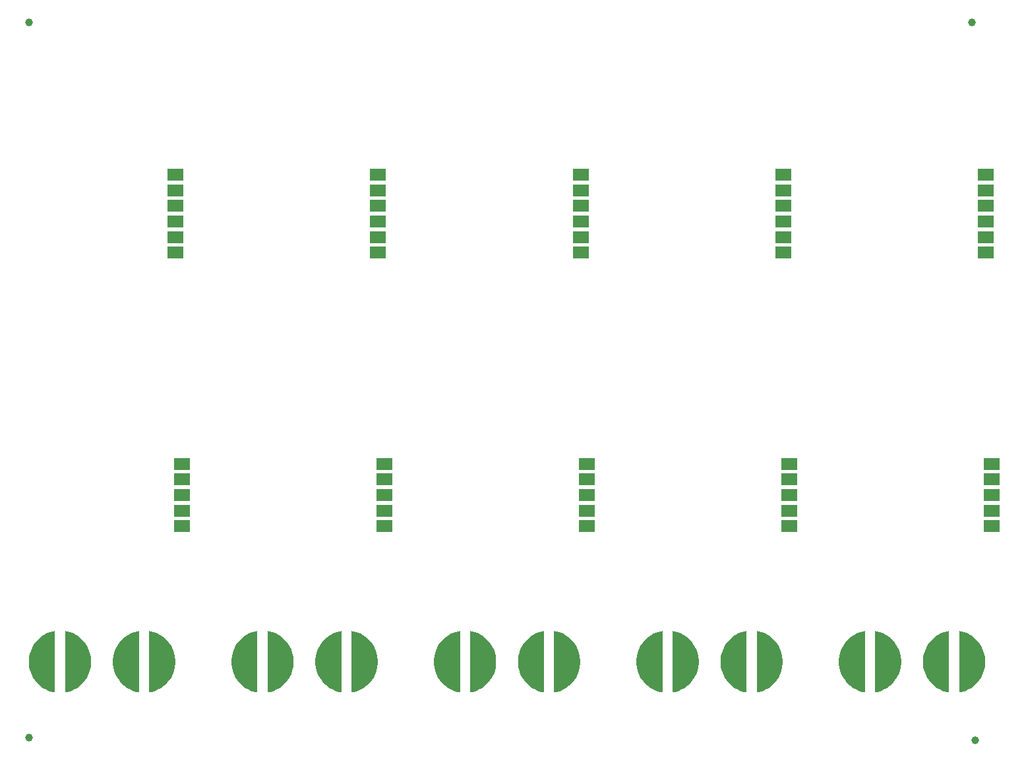
<source format=gtp>
G04*
G04 #@! TF.GenerationSoftware,Altium Limited,Altium Designer,20.0.13 (296)*
G04*
G04 Layer_Color=8421504*
%FSAX25Y25*%
%MOIN*%
G70*
G01*
G75*
%ADD10C,0.03937*%
%ADD13R,0.07874X0.05906*%
%ADD79C,0.00039*%
G36*
X0518433Y0074285D02*
X0520210Y0073773D01*
X0521915Y0073057D01*
X0523524Y0072146D01*
X0525016Y0071053D01*
X0526369Y0069792D01*
X0527566Y0068383D01*
X0528590Y0066842D01*
X0529426Y0065193D01*
X0530063Y0063457D01*
X0530493Y0061658D01*
X0530710Y0059822D01*
Y0058897D01*
X0530710Y0057972D01*
X0530493Y0056136D01*
X0530063Y0054337D01*
X0529426Y0052601D01*
X0528590Y0050951D01*
X0527566Y0049411D01*
X0526369Y0048001D01*
X0525016Y0046741D01*
X0523524Y0045648D01*
X0521915Y0044737D01*
X0520210Y0044020D01*
X0518433Y0043508D01*
X0517521Y0043358D01*
X0517521Y0043358D01*
Y0074436D01*
X0518433Y0074285D01*
D02*
G37*
G36*
X0475913D02*
X0477690Y0073773D01*
X0479395Y0073057D01*
X0481005Y0072146D01*
X0482496Y0071053D01*
X0483850Y0069792D01*
X0485046Y0068383D01*
X0486070Y0066842D01*
X0486906Y0065193D01*
X0487544Y0063457D01*
X0487973Y0061658D01*
X0488190Y0059822D01*
Y0058897D01*
X0488190Y0057972D01*
X0487973Y0056136D01*
X0487544Y0054337D01*
X0486906Y0052601D01*
X0486070Y0050951D01*
X0485046Y0049411D01*
X0483850Y0048001D01*
X0482496Y0046741D01*
X0481005Y0045648D01*
X0479395Y0044737D01*
X0477690Y0044020D01*
X0475913Y0043508D01*
X0475001Y0043358D01*
X0475001Y0043358D01*
Y0074436D01*
X0475913Y0074285D01*
D02*
G37*
G36*
X0416071D02*
X0417848Y0073773D01*
X0419553Y0073057D01*
X0421162Y0072146D01*
X0422654Y0071053D01*
X0424007Y0069792D01*
X0425204Y0068383D01*
X0426228Y0066842D01*
X0427064Y0065193D01*
X0427701Y0063457D01*
X0428131Y0061658D01*
X0428347Y0059822D01*
Y0058897D01*
X0428347Y0057972D01*
X0428131Y0056136D01*
X0427701Y0054337D01*
X0427064Y0052601D01*
X0426228Y0050951D01*
X0425204Y0049411D01*
X0424007Y0048001D01*
X0422654Y0046741D01*
X0421162Y0045648D01*
X0419553Y0044737D01*
X0417848Y0044020D01*
X0416071Y0043508D01*
X0415158Y0043358D01*
X0415158Y0043358D01*
Y0074436D01*
X0416071Y0074285D01*
D02*
G37*
G36*
X0373551D02*
X0375328Y0073773D01*
X0377033Y0073057D01*
X0378642Y0072146D01*
X0380134Y0071053D01*
X0381488Y0069792D01*
X0382684Y0068383D01*
X0383708Y0066842D01*
X0384544Y0065193D01*
X0385181Y0063457D01*
X0385611Y0061658D01*
X0385828Y0059822D01*
Y0058897D01*
X0385828Y0057972D01*
X0385611Y0056136D01*
X0385181Y0054337D01*
X0384544Y0052601D01*
X0383708Y0050951D01*
X0382684Y0049411D01*
X0381488Y0048001D01*
X0380134Y0046741D01*
X0378642Y0045648D01*
X0377033Y0044737D01*
X0375328Y0044020D01*
X0373551Y0043508D01*
X0372639Y0043358D01*
X0372639Y0043358D01*
Y0074436D01*
X0373551Y0074285D01*
D02*
G37*
G36*
X0313708D02*
X0315486Y0073773D01*
X0317191Y0073057D01*
X0318800Y0072146D01*
X0320292Y0071053D01*
X0321645Y0069792D01*
X0322842Y0068383D01*
X0323865Y0066842D01*
X0324701Y0065193D01*
X0325339Y0063457D01*
X0325769Y0061658D01*
X0325985Y0059822D01*
Y0058897D01*
X0325985Y0057972D01*
X0325769Y0056136D01*
X0325339Y0054337D01*
X0324701Y0052601D01*
X0323865Y0050951D01*
X0322842Y0049411D01*
X0321645Y0048001D01*
X0320292Y0046741D01*
X0318800Y0045648D01*
X0317191Y0044737D01*
X0315486Y0044020D01*
X0313709Y0043508D01*
X0312796Y0043358D01*
X0312796Y0043358D01*
Y0074436D01*
X0313708Y0074285D01*
D02*
G37*
G36*
X0271189D02*
X0272966Y0073773D01*
X0274671Y0073057D01*
X0276280Y0072146D01*
X0277772Y0071053D01*
X0279125Y0069792D01*
X0280322Y0068383D01*
X0281346Y0066842D01*
X0282182Y0065193D01*
X0282819Y0063457D01*
X0283249Y0061658D01*
X0283466Y0059822D01*
Y0058897D01*
X0283466Y0057972D01*
X0283249Y0056136D01*
X0282819Y0054337D01*
X0282182Y0052601D01*
X0281346Y0050951D01*
X0280322Y0049411D01*
X0279125Y0048001D01*
X0277772Y0046741D01*
X0276280Y0045648D01*
X0274671Y0044737D01*
X0272966Y0044020D01*
X0271189Y0043508D01*
X0270276Y0043358D01*
X0270276Y0043358D01*
Y0074436D01*
X0271189Y0074285D01*
D02*
G37*
G36*
X0211346D02*
X0213123Y0073773D01*
X0214828Y0073057D01*
X0216438Y0072146D01*
X0217929Y0071053D01*
X0219283Y0069792D01*
X0220480Y0068383D01*
X0221503Y0066842D01*
X0222339Y0065193D01*
X0222977Y0063457D01*
X0223407Y0061658D01*
X0223623Y0059822D01*
Y0058897D01*
X0223623Y0057972D01*
X0223407Y0056136D01*
X0222977Y0054337D01*
X0222339Y0052601D01*
X0221503Y0050951D01*
X0220480Y0049411D01*
X0219283Y0048001D01*
X0217929Y0046741D01*
X0216438Y0045648D01*
X0214828Y0044737D01*
X0213123Y0044020D01*
X0211346Y0043508D01*
X0210434Y0043358D01*
X0210434Y0043358D01*
Y0074436D01*
X0211346Y0074285D01*
D02*
G37*
G36*
X0168827D02*
X0170604Y0073773D01*
X0172309Y0073057D01*
X0173918Y0072146D01*
X0175410Y0071053D01*
X0176763Y0069792D01*
X0177960Y0068383D01*
X0178983Y0066842D01*
X0179820Y0065193D01*
X0180457Y0063457D01*
X0180887Y0061658D01*
X0181103Y0059822D01*
Y0058897D01*
X0181103Y0057972D01*
X0180887Y0056136D01*
X0180457Y0054337D01*
X0179820Y0052601D01*
X0178983Y0050951D01*
X0177960Y0049411D01*
X0176763Y0048001D01*
X0175410Y0046741D01*
X0173918Y0045648D01*
X0172309Y0044737D01*
X0170604Y0044020D01*
X0168827Y0043508D01*
X0167914Y0043358D01*
X0167914Y0043358D01*
Y0074436D01*
X0168827Y0074285D01*
D02*
G37*
G36*
X0108984D02*
X0110761Y0073773D01*
X0112466Y0073057D01*
X0114076Y0072146D01*
X0115567Y0071053D01*
X0116921Y0069792D01*
X0118117Y0068383D01*
X0119141Y0066842D01*
X0119977Y0065193D01*
X0120615Y0063457D01*
X0121045Y0061658D01*
X0121261Y0059822D01*
Y0058897D01*
X0121261Y0057972D01*
X0121045Y0056136D01*
X0120615Y0054337D01*
X0119977Y0052601D01*
X0119141Y0050951D01*
X0118117Y0049411D01*
X0116921Y0048001D01*
X0115567Y0046741D01*
X0114076Y0045648D01*
X0112466Y0044737D01*
X0110761Y0044020D01*
X0108984Y0043508D01*
X0108072Y0043358D01*
X0108072Y0043358D01*
Y0074436D01*
X0108984Y0074285D01*
D02*
G37*
G36*
X0066465D02*
X0068242Y0073773D01*
X0069946Y0073057D01*
X0071556Y0072146D01*
X0073048Y0071053D01*
X0074401Y0069792D01*
X0075598Y0068383D01*
X0076621Y0066842D01*
X0077457Y0065193D01*
X0078095Y0063457D01*
X0078525Y0061658D01*
X0078741Y0059822D01*
Y0058897D01*
X0078741Y0057972D01*
X0078525Y0056136D01*
X0078095Y0054337D01*
X0077457Y0052601D01*
X0076621Y0050951D01*
X0075598Y0049411D01*
X0074401Y0048001D01*
X0073048Y0046741D01*
X0071556Y0045648D01*
X0069946Y0044737D01*
X0068242Y0044020D01*
X0066465Y0043508D01*
X0065552Y0043358D01*
X0065552Y0043358D01*
Y0074436D01*
X0066465Y0074285D01*
D02*
G37*
G36*
X0512402Y0043358D02*
X0511490Y0043508D01*
X0509713Y0044020D01*
X0508008Y0044737D01*
X0506399Y0045648D01*
X0504907Y0046741D01*
X0503553Y0048001D01*
X0502357Y0049411D01*
X0501333Y0050951D01*
X0500497Y0052601D01*
X0499860Y0054337D01*
X0499430Y0056135D01*
X0499213Y0057972D01*
Y0058897D01*
Y0058897D01*
X0499213Y0059821D01*
X0499430Y0061658D01*
X0499860Y0063457D01*
X0500497Y0065193D01*
X0501333Y0066842D01*
X0502357Y0068382D01*
X0503553Y0069792D01*
X0504907Y0071053D01*
X0506399Y0072146D01*
X0508008Y0073057D01*
X0509713Y0073773D01*
X0511490Y0074285D01*
X0512402Y0074436D01*
X0512402Y0074436D01*
X0512402Y0043358D01*
D02*
G37*
G36*
X0469883D02*
X0468970Y0043508D01*
X0467193Y0044020D01*
X0465488Y0044737D01*
X0463879Y0045648D01*
X0462387Y0046741D01*
X0461034Y0048001D01*
X0459837Y0049411D01*
X0458814Y0050951D01*
X0457977Y0052601D01*
X0457340Y0054337D01*
X0456910Y0056135D01*
X0456694Y0057972D01*
Y0058897D01*
Y0058897D01*
X0456694Y0059821D01*
X0456910Y0061658D01*
X0457340Y0063457D01*
X0457977Y0065193D01*
X0458814Y0066842D01*
X0459837Y0068382D01*
X0461034Y0069792D01*
X0462387Y0071053D01*
X0463879Y0072146D01*
X0465488Y0073057D01*
X0467193Y0073773D01*
X0468970Y0074285D01*
X0469883Y0074436D01*
X0469883Y0074436D01*
X0469883Y0043358D01*
D02*
G37*
G36*
X0410040D02*
X0409128Y0043508D01*
X0407351Y0044020D01*
X0405646Y0044737D01*
X0404037Y0045648D01*
X0402545Y0046741D01*
X0401191Y0048001D01*
X0399995Y0049411D01*
X0398971Y0050951D01*
X0398135Y0052601D01*
X0397498Y0054337D01*
X0397068Y0056135D01*
X0396851Y0057972D01*
Y0058897D01*
Y0058897D01*
X0396851Y0059821D01*
X0397068Y0061658D01*
X0397497Y0063457D01*
X0398135Y0065193D01*
X0398971Y0066842D01*
X0399995Y0068382D01*
X0401191Y0069792D01*
X0402545Y0071053D01*
X0404037Y0072146D01*
X0405646Y0073057D01*
X0407351Y0073773D01*
X0409128Y0074285D01*
X0410040Y0074436D01*
X0410040Y0074436D01*
X0410040Y0043358D01*
D02*
G37*
G36*
X0367521D02*
X0366608Y0043508D01*
X0364831Y0044020D01*
X0363126Y0044737D01*
X0361517Y0045648D01*
X0360025Y0046741D01*
X0358672Y0048001D01*
X0357475Y0049411D01*
X0356451Y0050951D01*
X0355615Y0052601D01*
X0354978Y0054337D01*
X0354548Y0056135D01*
X0354331Y0057972D01*
Y0058897D01*
Y0058897D01*
X0354331Y0059821D01*
X0354548Y0061658D01*
X0354978Y0063457D01*
X0355615Y0065193D01*
X0356451Y0066842D01*
X0357475Y0068382D01*
X0358672Y0069792D01*
X0360025Y0071053D01*
X0361517Y0072146D01*
X0363126Y0073057D01*
X0364831Y0073773D01*
X0366608Y0074285D01*
X0367520Y0074436D01*
X0367521Y0074436D01*
X0367521Y0043358D01*
D02*
G37*
G36*
X0307678D02*
X0306766Y0043508D01*
X0304989Y0044020D01*
X0303284Y0044737D01*
X0301674Y0045648D01*
X0300183Y0046741D01*
X0298829Y0048001D01*
X0297632Y0049411D01*
X0296609Y0050951D01*
X0295773Y0052601D01*
X0295135Y0054337D01*
X0294705Y0056135D01*
X0294489Y0057972D01*
Y0058897D01*
Y0058897D01*
X0294489Y0059821D01*
X0294705Y0061658D01*
X0295135Y0063457D01*
X0295773Y0065193D01*
X0296609Y0066842D01*
X0297632Y0068382D01*
X0298829Y0069792D01*
X0300183Y0071053D01*
X0301674Y0072146D01*
X0303284Y0073057D01*
X0304989Y0073773D01*
X0306766Y0074285D01*
X0307678Y0074436D01*
X0307678Y0074436D01*
X0307678Y0043358D01*
D02*
G37*
G36*
X0265158D02*
X0264246Y0043508D01*
X0262469Y0044020D01*
X0260764Y0044737D01*
X0259155Y0045648D01*
X0257663Y0046741D01*
X0256310Y0048001D01*
X0255113Y0049411D01*
X0254089Y0050951D01*
X0253253Y0052601D01*
X0252616Y0054337D01*
X0252186Y0056135D01*
X0251969Y0057972D01*
Y0058897D01*
Y0058897D01*
X0251969Y0059821D01*
X0252186Y0061658D01*
X0252616Y0063457D01*
X0253253Y0065193D01*
X0254089Y0066842D01*
X0255113Y0068382D01*
X0256309Y0069792D01*
X0257663Y0071053D01*
X0259155Y0072146D01*
X0260764Y0073057D01*
X0262469Y0073773D01*
X0264246Y0074285D01*
X0265158Y0074436D01*
X0265158Y0074436D01*
X0265158Y0043358D01*
D02*
G37*
G36*
X0205316D02*
X0204403Y0043508D01*
X0202626Y0044020D01*
X0200922Y0044737D01*
X0199312Y0045648D01*
X0197820Y0046741D01*
X0196467Y0048001D01*
X0195270Y0049411D01*
X0194247Y0050951D01*
X0193411Y0052601D01*
X0192773Y0054337D01*
X0192343Y0056135D01*
X0192127Y0057972D01*
Y0058897D01*
Y0058897D01*
X0192127Y0059821D01*
X0192343Y0061658D01*
X0192773Y0063457D01*
X0193411Y0065193D01*
X0194247Y0066842D01*
X0195270Y0068382D01*
X0196467Y0069792D01*
X0197820Y0071053D01*
X0199312Y0072146D01*
X0200922Y0073057D01*
X0202626Y0073773D01*
X0204403Y0074285D01*
X0205316Y0074436D01*
X0205316Y0074436D01*
X0205316Y0043358D01*
D02*
G37*
G36*
X0162796D02*
X0161884Y0043508D01*
X0160107Y0044020D01*
X0158402Y0044737D01*
X0156792Y0045648D01*
X0155301Y0046741D01*
X0153947Y0048001D01*
X0152751Y0049411D01*
X0151727Y0050951D01*
X0150891Y0052601D01*
X0150253Y0054337D01*
X0149823Y0056135D01*
X0149607Y0057972D01*
Y0058897D01*
Y0058897D01*
X0149607Y0059821D01*
X0149823Y0061658D01*
X0150253Y0063457D01*
X0150891Y0065193D01*
X0151727Y0066842D01*
X0152751Y0068382D01*
X0153947Y0069792D01*
X0155301Y0071053D01*
X0156792Y0072146D01*
X0158402Y0073057D01*
X0160107Y0073773D01*
X0161884Y0074285D01*
X0162796Y0074436D01*
X0162796Y0074436D01*
X0162796Y0043358D01*
D02*
G37*
G36*
X0102954D02*
X0102041Y0043508D01*
X0100264Y0044020D01*
X0098559Y0044737D01*
X0096950Y0045648D01*
X0095458Y0046741D01*
X0094105Y0048001D01*
X0092908Y0049411D01*
X0091884Y0050951D01*
X0091048Y0052601D01*
X0090411Y0054337D01*
X0089981Y0056135D01*
X0089765Y0057972D01*
Y0058897D01*
Y0058897D01*
X0089765Y0059821D01*
X0089981Y0061658D01*
X0090411Y0063457D01*
X0091048Y0065193D01*
X0091884Y0066842D01*
X0092908Y0068382D01*
X0094105Y0069792D01*
X0095458Y0071053D01*
X0096950Y0072146D01*
X0098559Y0073057D01*
X0100264Y0073773D01*
X0102041Y0074285D01*
X0102954Y0074436D01*
X0102954Y0074436D01*
X0102954Y0043358D01*
D02*
G37*
G36*
X0060434D02*
X0059522Y0043508D01*
X0057745Y0044020D01*
X0056040Y0044737D01*
X0054430Y0045648D01*
X0052939Y0046741D01*
X0051585Y0048001D01*
X0050388Y0049411D01*
X0049365Y0050951D01*
X0048529Y0052601D01*
X0047891Y0054337D01*
X0047461Y0056135D01*
X0047245Y0057972D01*
Y0058897D01*
Y0058897D01*
X0047245Y0059821D01*
X0047461Y0061658D01*
X0047891Y0063457D01*
X0048529Y0065193D01*
X0049365Y0066842D01*
X0050388Y0068382D01*
X0051585Y0069792D01*
X0052938Y0071053D01*
X0054430Y0072146D01*
X0056040Y0073057D01*
X0057744Y0073773D01*
X0059522Y0074285D01*
X0060434Y0074436D01*
X0060434Y0074436D01*
X0060434Y0043358D01*
D02*
G37*
D10*
X0047244Y0382323D02*
D03*
X0525669Y0019331D02*
D03*
X0524016Y0382323D02*
D03*
X0047244Y0020394D02*
D03*
D13*
X0124578Y0143209D02*
D03*
Y0158957D02*
D03*
X0121417Y0305118D02*
D03*
X0124578Y0151083D02*
D03*
Y0127461D02*
D03*
Y0135335D02*
D03*
X0121417Y0281496D02*
D03*
Y0265748D02*
D03*
Y0273622D02*
D03*
Y0289370D02*
D03*
Y0297244D02*
D03*
X0226940Y0143209D02*
D03*
Y0158957D02*
D03*
X0223780Y0305118D02*
D03*
X0226940Y0151083D02*
D03*
Y0127461D02*
D03*
Y0135335D02*
D03*
X0223780Y0281496D02*
D03*
Y0265748D02*
D03*
Y0273622D02*
D03*
Y0289370D02*
D03*
Y0297244D02*
D03*
X0329303Y0143209D02*
D03*
Y0158957D02*
D03*
X0326142Y0305118D02*
D03*
X0329303Y0151083D02*
D03*
Y0127461D02*
D03*
Y0135335D02*
D03*
X0326142Y0281496D02*
D03*
Y0265748D02*
D03*
Y0273622D02*
D03*
Y0289370D02*
D03*
Y0297244D02*
D03*
X0431665Y0143209D02*
D03*
Y0158957D02*
D03*
X0428504Y0305118D02*
D03*
X0431665Y0151083D02*
D03*
Y0127461D02*
D03*
Y0135335D02*
D03*
X0428504Y0281496D02*
D03*
Y0265748D02*
D03*
Y0273622D02*
D03*
Y0289370D02*
D03*
Y0297244D02*
D03*
X0534027Y0143209D02*
D03*
Y0158957D02*
D03*
X0530866Y0305118D02*
D03*
X0534027Y0151083D02*
D03*
Y0127461D02*
D03*
Y0135335D02*
D03*
X0530866Y0281496D02*
D03*
Y0265748D02*
D03*
Y0273622D02*
D03*
Y0289370D02*
D03*
Y0297244D02*
D03*
D79*
X0044981Y0134999D02*
D03*
X0049981D02*
D03*
X0044981Y0129999D02*
D03*
X0049981D02*
D03*
X0044981Y0124999D02*
D03*
X0049981D02*
D03*
X0147343Y0134999D02*
D03*
X0152343D02*
D03*
X0147343Y0129999D02*
D03*
X0152343D02*
D03*
X0147343Y0124999D02*
D03*
X0152343D02*
D03*
X0249706Y0134999D02*
D03*
X0254706D02*
D03*
X0249706Y0129999D02*
D03*
X0254706D02*
D03*
X0249706Y0124999D02*
D03*
X0254706D02*
D03*
X0352068Y0134999D02*
D03*
X0357068D02*
D03*
X0352068Y0129999D02*
D03*
X0357068D02*
D03*
X0352068Y0124999D02*
D03*
X0357068D02*
D03*
X0454430Y0134999D02*
D03*
X0459430D02*
D03*
X0454430Y0129999D02*
D03*
X0459430D02*
D03*
X0454430Y0124999D02*
D03*
X0459430D02*
D03*
M02*

</source>
